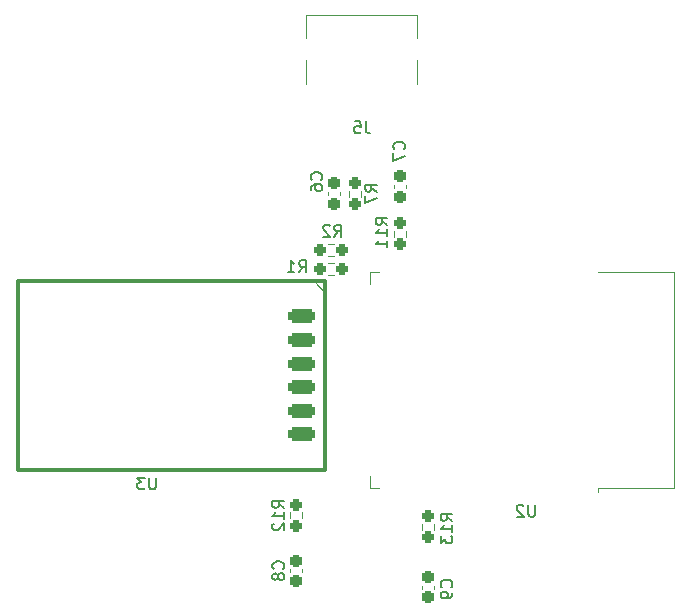
<source format=gbo>
%TF.GenerationSoftware,KiCad,Pcbnew,7.0.6*%
%TF.CreationDate,2024-01-07T21:19:13+01:00*%
%TF.ProjectId,esp-lamp,6573702d-6c61-46d7-902e-6b696361645f,rev?*%
%TF.SameCoordinates,Original*%
%TF.FileFunction,Legend,Bot*%
%TF.FilePolarity,Positive*%
%FSLAX46Y46*%
G04 Gerber Fmt 4.6, Leading zero omitted, Abs format (unit mm)*
G04 Created by KiCad (PCBNEW 7.0.6) date 2024-01-07 21:19:13*
%MOMM*%
%LPD*%
G01*
G04 APERTURE LIST*
G04 Aperture macros list*
%AMRoundRect*
0 Rectangle with rounded corners*
0 $1 Rounding radius*
0 $2 $3 $4 $5 $6 $7 $8 $9 X,Y pos of 4 corners*
0 Add a 4 corners polygon primitive as box body*
4,1,4,$2,$3,$4,$5,$6,$7,$8,$9,$2,$3,0*
0 Add four circle primitives for the rounded corners*
1,1,$1+$1,$2,$3*
1,1,$1+$1,$4,$5*
1,1,$1+$1,$6,$7*
1,1,$1+$1,$8,$9*
0 Add four rect primitives between the rounded corners*
20,1,$1+$1,$2,$3,$4,$5,0*
20,1,$1+$1,$4,$5,$6,$7,0*
20,1,$1+$1,$6,$7,$8,$9,0*
20,1,$1+$1,$8,$9,$2,$3,0*%
%AMRotRect*
0 Rectangle, with rotation*
0 The origin of the aperture is its center*
0 $1 length*
0 $2 width*
0 $3 Rotation angle, in degrees counterclockwise*
0 Add horizontal line*
21,1,$1,$2,0,0,$3*%
G04 Aperture macros list end*
%ADD10C,0.150000*%
%ADD11C,0.120000*%
%ADD12C,0.300000*%
%ADD13C,2.200000*%
%ADD14R,1.700000X1.700000*%
%ADD15O,1.700000X1.700000*%
%ADD16C,1.100000*%
%ADD17RotRect,2.200000X2.200000X144.500000*%
%ADD18O,3.000000X2.500000*%
%ADD19C,2.000000*%
%ADD20RoundRect,0.237500X-0.250000X-0.237500X0.250000X-0.237500X0.250000X0.237500X-0.250000X0.237500X0*%
%ADD21RoundRect,0.310000X0.833000X0.310000X-0.833000X0.310000X-0.833000X-0.310000X0.833000X-0.310000X0*%
%ADD22RoundRect,0.237500X0.237500X-0.250000X0.237500X0.250000X-0.237500X0.250000X-0.237500X-0.250000X0*%
%ADD23RoundRect,0.237500X-0.237500X0.250000X-0.237500X-0.250000X0.237500X-0.250000X0.237500X0.250000X0*%
%ADD24RoundRect,0.237500X-0.237500X0.300000X-0.237500X-0.300000X0.237500X-0.300000X0.237500X0.300000X0*%
%ADD25R,0.900000X1.500000*%
%ADD26R,1.500000X0.900000*%
%ADD27C,0.800000*%
%ADD28R,4.200000X4.200000*%
%ADD29C,0.650000*%
%ADD30R,0.600000X1.450000*%
%ADD31R,0.300000X1.450000*%
%ADD32O,1.000000X1.600000*%
%ADD33O,1.000000X2.100000*%
G04 APERTURE END LIST*
D10*
X131666666Y-87854819D02*
X131999999Y-87378628D01*
X132238094Y-87854819D02*
X132238094Y-86854819D01*
X132238094Y-86854819D02*
X131857142Y-86854819D01*
X131857142Y-86854819D02*
X131761904Y-86902438D01*
X131761904Y-86902438D02*
X131714285Y-86950057D01*
X131714285Y-86950057D02*
X131666666Y-87045295D01*
X131666666Y-87045295D02*
X131666666Y-87188152D01*
X131666666Y-87188152D02*
X131714285Y-87283390D01*
X131714285Y-87283390D02*
X131761904Y-87331009D01*
X131761904Y-87331009D02*
X131857142Y-87378628D01*
X131857142Y-87378628D02*
X132238094Y-87378628D01*
X131285713Y-86950057D02*
X131238094Y-86902438D01*
X131238094Y-86902438D02*
X131142856Y-86854819D01*
X131142856Y-86854819D02*
X130904761Y-86854819D01*
X130904761Y-86854819D02*
X130809523Y-86902438D01*
X130809523Y-86902438D02*
X130761904Y-86950057D01*
X130761904Y-86950057D02*
X130714285Y-87045295D01*
X130714285Y-87045295D02*
X130714285Y-87140533D01*
X130714285Y-87140533D02*
X130761904Y-87283390D01*
X130761904Y-87283390D02*
X131333332Y-87854819D01*
X131333332Y-87854819D02*
X130714285Y-87854819D01*
X128666666Y-90854819D02*
X128999999Y-90378628D01*
X129238094Y-90854819D02*
X129238094Y-89854819D01*
X129238094Y-89854819D02*
X128857142Y-89854819D01*
X128857142Y-89854819D02*
X128761904Y-89902438D01*
X128761904Y-89902438D02*
X128714285Y-89950057D01*
X128714285Y-89950057D02*
X128666666Y-90045295D01*
X128666666Y-90045295D02*
X128666666Y-90188152D01*
X128666666Y-90188152D02*
X128714285Y-90283390D01*
X128714285Y-90283390D02*
X128761904Y-90331009D01*
X128761904Y-90331009D02*
X128857142Y-90378628D01*
X128857142Y-90378628D02*
X129238094Y-90378628D01*
X127714285Y-90854819D02*
X128285713Y-90854819D01*
X127999999Y-90854819D02*
X127999999Y-89854819D01*
X127999999Y-89854819D02*
X128095237Y-89997676D01*
X128095237Y-89997676D02*
X128190475Y-90092914D01*
X128190475Y-90092914D02*
X128285713Y-90140533D01*
X116561904Y-108254819D02*
X116561904Y-109064342D01*
X116561904Y-109064342D02*
X116514285Y-109159580D01*
X116514285Y-109159580D02*
X116466666Y-109207200D01*
X116466666Y-109207200D02*
X116371428Y-109254819D01*
X116371428Y-109254819D02*
X116180952Y-109254819D01*
X116180952Y-109254819D02*
X116085714Y-109207200D01*
X116085714Y-109207200D02*
X116038095Y-109159580D01*
X116038095Y-109159580D02*
X115990476Y-109064342D01*
X115990476Y-109064342D02*
X115990476Y-108254819D01*
X115609523Y-108254819D02*
X114990476Y-108254819D01*
X114990476Y-108254819D02*
X115323809Y-108635771D01*
X115323809Y-108635771D02*
X115180952Y-108635771D01*
X115180952Y-108635771D02*
X115085714Y-108683390D01*
X115085714Y-108683390D02*
X115038095Y-108731009D01*
X115038095Y-108731009D02*
X114990476Y-108826247D01*
X114990476Y-108826247D02*
X114990476Y-109064342D01*
X114990476Y-109064342D02*
X115038095Y-109159580D01*
X115038095Y-109159580D02*
X115085714Y-109207200D01*
X115085714Y-109207200D02*
X115180952Y-109254819D01*
X115180952Y-109254819D02*
X115466666Y-109254819D01*
X115466666Y-109254819D02*
X115561904Y-109207200D01*
X115561904Y-109207200D02*
X115609523Y-109159580D01*
X136154819Y-86857142D02*
X135678628Y-86523809D01*
X136154819Y-86285714D02*
X135154819Y-86285714D01*
X135154819Y-86285714D02*
X135154819Y-86666666D01*
X135154819Y-86666666D02*
X135202438Y-86761904D01*
X135202438Y-86761904D02*
X135250057Y-86809523D01*
X135250057Y-86809523D02*
X135345295Y-86857142D01*
X135345295Y-86857142D02*
X135488152Y-86857142D01*
X135488152Y-86857142D02*
X135583390Y-86809523D01*
X135583390Y-86809523D02*
X135631009Y-86761904D01*
X135631009Y-86761904D02*
X135678628Y-86666666D01*
X135678628Y-86666666D02*
X135678628Y-86285714D01*
X136154819Y-87809523D02*
X136154819Y-87238095D01*
X136154819Y-87523809D02*
X135154819Y-87523809D01*
X135154819Y-87523809D02*
X135297676Y-87428571D01*
X135297676Y-87428571D02*
X135392914Y-87333333D01*
X135392914Y-87333333D02*
X135440533Y-87238095D01*
X136154819Y-88761904D02*
X136154819Y-88190476D01*
X136154819Y-88476190D02*
X135154819Y-88476190D01*
X135154819Y-88476190D02*
X135297676Y-88380952D01*
X135297676Y-88380952D02*
X135392914Y-88285714D01*
X135392914Y-88285714D02*
X135440533Y-88190476D01*
X127424819Y-110807142D02*
X126948628Y-110473809D01*
X127424819Y-110235714D02*
X126424819Y-110235714D01*
X126424819Y-110235714D02*
X126424819Y-110616666D01*
X126424819Y-110616666D02*
X126472438Y-110711904D01*
X126472438Y-110711904D02*
X126520057Y-110759523D01*
X126520057Y-110759523D02*
X126615295Y-110807142D01*
X126615295Y-110807142D02*
X126758152Y-110807142D01*
X126758152Y-110807142D02*
X126853390Y-110759523D01*
X126853390Y-110759523D02*
X126901009Y-110711904D01*
X126901009Y-110711904D02*
X126948628Y-110616666D01*
X126948628Y-110616666D02*
X126948628Y-110235714D01*
X127424819Y-111759523D02*
X127424819Y-111188095D01*
X127424819Y-111473809D02*
X126424819Y-111473809D01*
X126424819Y-111473809D02*
X126567676Y-111378571D01*
X126567676Y-111378571D02*
X126662914Y-111283333D01*
X126662914Y-111283333D02*
X126710533Y-111188095D01*
X126520057Y-112140476D02*
X126472438Y-112188095D01*
X126472438Y-112188095D02*
X126424819Y-112283333D01*
X126424819Y-112283333D02*
X126424819Y-112521428D01*
X126424819Y-112521428D02*
X126472438Y-112616666D01*
X126472438Y-112616666D02*
X126520057Y-112664285D01*
X126520057Y-112664285D02*
X126615295Y-112711904D01*
X126615295Y-112711904D02*
X126710533Y-112711904D01*
X126710533Y-112711904D02*
X126853390Y-112664285D01*
X126853390Y-112664285D02*
X127424819Y-112092857D01*
X127424819Y-112092857D02*
X127424819Y-112711904D01*
X130559580Y-83033333D02*
X130607200Y-82985714D01*
X130607200Y-82985714D02*
X130654819Y-82842857D01*
X130654819Y-82842857D02*
X130654819Y-82747619D01*
X130654819Y-82747619D02*
X130607200Y-82604762D01*
X130607200Y-82604762D02*
X130511961Y-82509524D01*
X130511961Y-82509524D02*
X130416723Y-82461905D01*
X130416723Y-82461905D02*
X130226247Y-82414286D01*
X130226247Y-82414286D02*
X130083390Y-82414286D01*
X130083390Y-82414286D02*
X129892914Y-82461905D01*
X129892914Y-82461905D02*
X129797676Y-82509524D01*
X129797676Y-82509524D02*
X129702438Y-82604762D01*
X129702438Y-82604762D02*
X129654819Y-82747619D01*
X129654819Y-82747619D02*
X129654819Y-82842857D01*
X129654819Y-82842857D02*
X129702438Y-82985714D01*
X129702438Y-82985714D02*
X129750057Y-83033333D01*
X129654819Y-83890476D02*
X129654819Y-83700000D01*
X129654819Y-83700000D02*
X129702438Y-83604762D01*
X129702438Y-83604762D02*
X129750057Y-83557143D01*
X129750057Y-83557143D02*
X129892914Y-83461905D01*
X129892914Y-83461905D02*
X130083390Y-83414286D01*
X130083390Y-83414286D02*
X130464342Y-83414286D01*
X130464342Y-83414286D02*
X130559580Y-83461905D01*
X130559580Y-83461905D02*
X130607200Y-83509524D01*
X130607200Y-83509524D02*
X130654819Y-83604762D01*
X130654819Y-83604762D02*
X130654819Y-83795238D01*
X130654819Y-83795238D02*
X130607200Y-83890476D01*
X130607200Y-83890476D02*
X130559580Y-83938095D01*
X130559580Y-83938095D02*
X130464342Y-83985714D01*
X130464342Y-83985714D02*
X130226247Y-83985714D01*
X130226247Y-83985714D02*
X130131009Y-83938095D01*
X130131009Y-83938095D02*
X130083390Y-83890476D01*
X130083390Y-83890476D02*
X130035771Y-83795238D01*
X130035771Y-83795238D02*
X130035771Y-83604762D01*
X130035771Y-83604762D02*
X130083390Y-83509524D01*
X130083390Y-83509524D02*
X130131009Y-83461905D01*
X130131009Y-83461905D02*
X130226247Y-83414286D01*
X127329580Y-115970833D02*
X127377200Y-115923214D01*
X127377200Y-115923214D02*
X127424819Y-115780357D01*
X127424819Y-115780357D02*
X127424819Y-115685119D01*
X127424819Y-115685119D02*
X127377200Y-115542262D01*
X127377200Y-115542262D02*
X127281961Y-115447024D01*
X127281961Y-115447024D02*
X127186723Y-115399405D01*
X127186723Y-115399405D02*
X126996247Y-115351786D01*
X126996247Y-115351786D02*
X126853390Y-115351786D01*
X126853390Y-115351786D02*
X126662914Y-115399405D01*
X126662914Y-115399405D02*
X126567676Y-115447024D01*
X126567676Y-115447024D02*
X126472438Y-115542262D01*
X126472438Y-115542262D02*
X126424819Y-115685119D01*
X126424819Y-115685119D02*
X126424819Y-115780357D01*
X126424819Y-115780357D02*
X126472438Y-115923214D01*
X126472438Y-115923214D02*
X126520057Y-115970833D01*
X126853390Y-116542262D02*
X126805771Y-116447024D01*
X126805771Y-116447024D02*
X126758152Y-116399405D01*
X126758152Y-116399405D02*
X126662914Y-116351786D01*
X126662914Y-116351786D02*
X126615295Y-116351786D01*
X126615295Y-116351786D02*
X126520057Y-116399405D01*
X126520057Y-116399405D02*
X126472438Y-116447024D01*
X126472438Y-116447024D02*
X126424819Y-116542262D01*
X126424819Y-116542262D02*
X126424819Y-116732738D01*
X126424819Y-116732738D02*
X126472438Y-116827976D01*
X126472438Y-116827976D02*
X126520057Y-116875595D01*
X126520057Y-116875595D02*
X126615295Y-116923214D01*
X126615295Y-116923214D02*
X126662914Y-116923214D01*
X126662914Y-116923214D02*
X126758152Y-116875595D01*
X126758152Y-116875595D02*
X126805771Y-116827976D01*
X126805771Y-116827976D02*
X126853390Y-116732738D01*
X126853390Y-116732738D02*
X126853390Y-116542262D01*
X126853390Y-116542262D02*
X126901009Y-116447024D01*
X126901009Y-116447024D02*
X126948628Y-116399405D01*
X126948628Y-116399405D02*
X127043866Y-116351786D01*
X127043866Y-116351786D02*
X127234342Y-116351786D01*
X127234342Y-116351786D02*
X127329580Y-116399405D01*
X127329580Y-116399405D02*
X127377200Y-116447024D01*
X127377200Y-116447024D02*
X127424819Y-116542262D01*
X127424819Y-116542262D02*
X127424819Y-116732738D01*
X127424819Y-116732738D02*
X127377200Y-116827976D01*
X127377200Y-116827976D02*
X127329580Y-116875595D01*
X127329580Y-116875595D02*
X127234342Y-116923214D01*
X127234342Y-116923214D02*
X127043866Y-116923214D01*
X127043866Y-116923214D02*
X126948628Y-116875595D01*
X126948628Y-116875595D02*
X126901009Y-116827976D01*
X126901009Y-116827976D02*
X126853390Y-116732738D01*
X141654819Y-111919642D02*
X141178628Y-111586309D01*
X141654819Y-111348214D02*
X140654819Y-111348214D01*
X140654819Y-111348214D02*
X140654819Y-111729166D01*
X140654819Y-111729166D02*
X140702438Y-111824404D01*
X140702438Y-111824404D02*
X140750057Y-111872023D01*
X140750057Y-111872023D02*
X140845295Y-111919642D01*
X140845295Y-111919642D02*
X140988152Y-111919642D01*
X140988152Y-111919642D02*
X141083390Y-111872023D01*
X141083390Y-111872023D02*
X141131009Y-111824404D01*
X141131009Y-111824404D02*
X141178628Y-111729166D01*
X141178628Y-111729166D02*
X141178628Y-111348214D01*
X141654819Y-112872023D02*
X141654819Y-112300595D01*
X141654819Y-112586309D02*
X140654819Y-112586309D01*
X140654819Y-112586309D02*
X140797676Y-112491071D01*
X140797676Y-112491071D02*
X140892914Y-112395833D01*
X140892914Y-112395833D02*
X140940533Y-112300595D01*
X140654819Y-113205357D02*
X140654819Y-113824404D01*
X140654819Y-113824404D02*
X141035771Y-113491071D01*
X141035771Y-113491071D02*
X141035771Y-113633928D01*
X141035771Y-113633928D02*
X141083390Y-113729166D01*
X141083390Y-113729166D02*
X141131009Y-113776785D01*
X141131009Y-113776785D02*
X141226247Y-113824404D01*
X141226247Y-113824404D02*
X141464342Y-113824404D01*
X141464342Y-113824404D02*
X141559580Y-113776785D01*
X141559580Y-113776785D02*
X141607200Y-113729166D01*
X141607200Y-113729166D02*
X141654819Y-113633928D01*
X141654819Y-113633928D02*
X141654819Y-113348214D01*
X141654819Y-113348214D02*
X141607200Y-113252976D01*
X141607200Y-113252976D02*
X141559580Y-113205357D01*
X137559580Y-80433333D02*
X137607200Y-80385714D01*
X137607200Y-80385714D02*
X137654819Y-80242857D01*
X137654819Y-80242857D02*
X137654819Y-80147619D01*
X137654819Y-80147619D02*
X137607200Y-80004762D01*
X137607200Y-80004762D02*
X137511961Y-79909524D01*
X137511961Y-79909524D02*
X137416723Y-79861905D01*
X137416723Y-79861905D02*
X137226247Y-79814286D01*
X137226247Y-79814286D02*
X137083390Y-79814286D01*
X137083390Y-79814286D02*
X136892914Y-79861905D01*
X136892914Y-79861905D02*
X136797676Y-79909524D01*
X136797676Y-79909524D02*
X136702438Y-80004762D01*
X136702438Y-80004762D02*
X136654819Y-80147619D01*
X136654819Y-80147619D02*
X136654819Y-80242857D01*
X136654819Y-80242857D02*
X136702438Y-80385714D01*
X136702438Y-80385714D02*
X136750057Y-80433333D01*
X136654819Y-80766667D02*
X136654819Y-81433333D01*
X136654819Y-81433333D02*
X137654819Y-81004762D01*
X148661904Y-110554819D02*
X148661904Y-111364342D01*
X148661904Y-111364342D02*
X148614285Y-111459580D01*
X148614285Y-111459580D02*
X148566666Y-111507200D01*
X148566666Y-111507200D02*
X148471428Y-111554819D01*
X148471428Y-111554819D02*
X148280952Y-111554819D01*
X148280952Y-111554819D02*
X148185714Y-111507200D01*
X148185714Y-111507200D02*
X148138095Y-111459580D01*
X148138095Y-111459580D02*
X148090476Y-111364342D01*
X148090476Y-111364342D02*
X148090476Y-110554819D01*
X147661904Y-110650057D02*
X147614285Y-110602438D01*
X147614285Y-110602438D02*
X147519047Y-110554819D01*
X147519047Y-110554819D02*
X147280952Y-110554819D01*
X147280952Y-110554819D02*
X147185714Y-110602438D01*
X147185714Y-110602438D02*
X147138095Y-110650057D01*
X147138095Y-110650057D02*
X147090476Y-110745295D01*
X147090476Y-110745295D02*
X147090476Y-110840533D01*
X147090476Y-110840533D02*
X147138095Y-110983390D01*
X147138095Y-110983390D02*
X147709523Y-111554819D01*
X147709523Y-111554819D02*
X147090476Y-111554819D01*
X141559580Y-117533333D02*
X141607200Y-117485714D01*
X141607200Y-117485714D02*
X141654819Y-117342857D01*
X141654819Y-117342857D02*
X141654819Y-117247619D01*
X141654819Y-117247619D02*
X141607200Y-117104762D01*
X141607200Y-117104762D02*
X141511961Y-117009524D01*
X141511961Y-117009524D02*
X141416723Y-116961905D01*
X141416723Y-116961905D02*
X141226247Y-116914286D01*
X141226247Y-116914286D02*
X141083390Y-116914286D01*
X141083390Y-116914286D02*
X140892914Y-116961905D01*
X140892914Y-116961905D02*
X140797676Y-117009524D01*
X140797676Y-117009524D02*
X140702438Y-117104762D01*
X140702438Y-117104762D02*
X140654819Y-117247619D01*
X140654819Y-117247619D02*
X140654819Y-117342857D01*
X140654819Y-117342857D02*
X140702438Y-117485714D01*
X140702438Y-117485714D02*
X140750057Y-117533333D01*
X141654819Y-118009524D02*
X141654819Y-118200000D01*
X141654819Y-118200000D02*
X141607200Y-118295238D01*
X141607200Y-118295238D02*
X141559580Y-118342857D01*
X141559580Y-118342857D02*
X141416723Y-118438095D01*
X141416723Y-118438095D02*
X141226247Y-118485714D01*
X141226247Y-118485714D02*
X140845295Y-118485714D01*
X140845295Y-118485714D02*
X140750057Y-118438095D01*
X140750057Y-118438095D02*
X140702438Y-118390476D01*
X140702438Y-118390476D02*
X140654819Y-118295238D01*
X140654819Y-118295238D02*
X140654819Y-118104762D01*
X140654819Y-118104762D02*
X140702438Y-118009524D01*
X140702438Y-118009524D02*
X140750057Y-117961905D01*
X140750057Y-117961905D02*
X140845295Y-117914286D01*
X140845295Y-117914286D02*
X141083390Y-117914286D01*
X141083390Y-117914286D02*
X141178628Y-117961905D01*
X141178628Y-117961905D02*
X141226247Y-118009524D01*
X141226247Y-118009524D02*
X141273866Y-118104762D01*
X141273866Y-118104762D02*
X141273866Y-118295238D01*
X141273866Y-118295238D02*
X141226247Y-118390476D01*
X141226247Y-118390476D02*
X141178628Y-118438095D01*
X141178628Y-118438095D02*
X141083390Y-118485714D01*
X135284819Y-84033333D02*
X134808628Y-83700000D01*
X135284819Y-83461905D02*
X134284819Y-83461905D01*
X134284819Y-83461905D02*
X134284819Y-83842857D01*
X134284819Y-83842857D02*
X134332438Y-83938095D01*
X134332438Y-83938095D02*
X134380057Y-83985714D01*
X134380057Y-83985714D02*
X134475295Y-84033333D01*
X134475295Y-84033333D02*
X134618152Y-84033333D01*
X134618152Y-84033333D02*
X134713390Y-83985714D01*
X134713390Y-83985714D02*
X134761009Y-83938095D01*
X134761009Y-83938095D02*
X134808628Y-83842857D01*
X134808628Y-83842857D02*
X134808628Y-83461905D01*
X134284819Y-84366667D02*
X134284819Y-85033333D01*
X134284819Y-85033333D02*
X135284819Y-84604762D01*
X134333333Y-78099819D02*
X134333333Y-78814104D01*
X134333333Y-78814104D02*
X134380952Y-78956961D01*
X134380952Y-78956961D02*
X134476190Y-79052200D01*
X134476190Y-79052200D02*
X134619047Y-79099819D01*
X134619047Y-79099819D02*
X134714285Y-79099819D01*
X133380952Y-78099819D02*
X133857142Y-78099819D01*
X133857142Y-78099819D02*
X133904761Y-78576009D01*
X133904761Y-78576009D02*
X133857142Y-78528390D01*
X133857142Y-78528390D02*
X133761904Y-78480771D01*
X133761904Y-78480771D02*
X133523809Y-78480771D01*
X133523809Y-78480771D02*
X133428571Y-78528390D01*
X133428571Y-78528390D02*
X133380952Y-78576009D01*
X133380952Y-78576009D02*
X133333333Y-78671247D01*
X133333333Y-78671247D02*
X133333333Y-78909342D01*
X133333333Y-78909342D02*
X133380952Y-79004580D01*
X133380952Y-79004580D02*
X133428571Y-79052200D01*
X133428571Y-79052200D02*
X133523809Y-79099819D01*
X133523809Y-79099819D02*
X133761904Y-79099819D01*
X133761904Y-79099819D02*
X133857142Y-79052200D01*
X133857142Y-79052200D02*
X133904761Y-79004580D01*
D11*
%TO.C,R2*%
X131145276Y-88477500D02*
X131654724Y-88477500D01*
X131145276Y-89522500D02*
X131654724Y-89522500D01*
%TO.C,R1*%
X131145276Y-90077500D02*
X131654724Y-90077500D01*
X131145276Y-91122500D02*
X131654724Y-91122500D01*
%TO.C,U3*%
X130900000Y-91600000D02*
X130900000Y-92600000D01*
X129900000Y-91600000D02*
X130900000Y-91600000D01*
X130900000Y-92600000D02*
X129900000Y-91600000D01*
D12*
X104900000Y-91600000D02*
X130900000Y-91600000D01*
X130900000Y-91600000D02*
X130900000Y-107600000D01*
X130900000Y-107600000D02*
X104900000Y-107600000D01*
X104900000Y-107600000D02*
X104900000Y-91600000D01*
D11*
%TO.C,R11*%
X136677500Y-87854724D02*
X136677500Y-87345276D01*
X137722500Y-87854724D02*
X137722500Y-87345276D01*
%TO.C,R12*%
X128922500Y-111195276D02*
X128922500Y-111704724D01*
X127877500Y-111195276D02*
X127877500Y-111704724D01*
%TO.C,C6*%
X132110000Y-84053733D02*
X132110000Y-84346267D01*
X131090000Y-84053733D02*
X131090000Y-84346267D01*
%TO.C,C8*%
X128910000Y-115991233D02*
X128910000Y-116283767D01*
X127890000Y-115991233D02*
X127890000Y-116283767D01*
%TO.C,R13*%
X140122500Y-112145276D02*
X140122500Y-112654724D01*
X139077500Y-112145276D02*
X139077500Y-112654724D01*
%TO.C,C7*%
X137710000Y-83453733D02*
X137710000Y-83746267D01*
X136690000Y-83453733D02*
X136690000Y-83746267D01*
%TO.C,U2*%
X134685000Y-109090000D02*
X134685000Y-108090000D01*
X135465000Y-109090000D02*
X134685000Y-109090000D01*
X154010000Y-109090000D02*
X154010000Y-109470000D01*
X160425000Y-109090000D02*
X154010000Y-109090000D01*
X160425000Y-109090000D02*
X160425000Y-90850000D01*
X134685000Y-90850000D02*
X134685000Y-91850000D01*
X135465000Y-90850000D02*
X134685000Y-90850000D01*
X160425000Y-90850000D02*
X154010000Y-90850000D01*
%TO.C,C9*%
X140110000Y-117391233D02*
X140110000Y-117683767D01*
X139090000Y-117391233D02*
X139090000Y-117683767D01*
%TO.C,R7*%
X132877500Y-84454724D02*
X132877500Y-83945276D01*
X133922500Y-84454724D02*
X133922500Y-83945276D01*
%TO.C,J5*%
X129300000Y-69100000D02*
X138700000Y-69100000D01*
X129300000Y-71000000D02*
X129300000Y-69100000D01*
X129300000Y-74900000D02*
X129300000Y-72900000D01*
X138700000Y-71000000D02*
X138700000Y-69100000D01*
X138700000Y-74900000D02*
X138700000Y-72900000D01*
%TD*%
%LPC*%
D13*
%TO.C,REF\u002A\u002A*%
X143000000Y-125000000D03*
%TD*%
D14*
%TO.C,J3*%
X115920000Y-90540000D03*
D15*
X115920000Y-88000000D03*
X118460000Y-90540000D03*
X118460000Y-88000000D03*
X121000000Y-90540000D03*
X121000000Y-88000000D03*
X123540000Y-90540000D03*
X123540000Y-88000000D03*
%TD*%
D14*
%TO.C,J2*%
X144520000Y-88200000D03*
D15*
X144520000Y-85660000D03*
X147060000Y-88200000D03*
X147060000Y-85660000D03*
X149600000Y-88200000D03*
X149600000Y-85660000D03*
X152140000Y-88200000D03*
X152140000Y-85660000D03*
%TD*%
D16*
%TO.C,J1*%
X149420386Y-76728198D03*
X147352532Y-75253212D03*
D17*
X147945400Y-78796051D03*
D13*
X145877547Y-77321065D03*
%TD*%
D18*
%TO.C,SW2*%
X127750000Y-82500000D03*
X140250000Y-82500000D03*
X127750000Y-87500000D03*
X140250000Y-87500000D03*
%TD*%
D13*
%TO.C,REF\u002A\u002A*%
X142000000Y-75000000D03*
%TD*%
D19*
%TO.C,SW1*%
X116750000Y-78750000D03*
X123250000Y-78750000D03*
X116750000Y-83250000D03*
X123250000Y-83250000D03*
%TD*%
D13*
%TO.C,REF\u002A\u002A*%
X125000000Y-125000000D03*
%TD*%
D18*
%TO.C,SW3*%
X118750000Y-113700000D03*
X131250000Y-113700000D03*
X118750000Y-118700000D03*
X131250000Y-118700000D03*
%TD*%
D13*
%TO.C,REF\u002A\u002A*%
X126000000Y-75000000D03*
%TD*%
D14*
%TO.C,J4*%
X131460000Y-125400000D03*
D15*
X134000000Y-125400000D03*
X136540000Y-125400000D03*
%TD*%
D18*
%TO.C,SW4*%
X136750000Y-113700000D03*
X149250000Y-113700000D03*
X136750000Y-118700000D03*
X149250000Y-118700000D03*
%TD*%
D20*
%TO.C,R2*%
X130487500Y-89000000D03*
X132312500Y-89000000D03*
%TD*%
%TO.C,R1*%
X130487500Y-90600000D03*
X132312500Y-90600000D03*
%TD*%
D21*
%TO.C,U3*%
X128900000Y-94600000D03*
X128900000Y-96600000D03*
X128900000Y-98600000D03*
X128900000Y-100600000D03*
X128900000Y-102600000D03*
X128900000Y-104600000D03*
%TD*%
D22*
%TO.C,R11*%
X137200000Y-88512500D03*
X137200000Y-86687500D03*
%TD*%
D23*
%TO.C,R12*%
X128400000Y-110537500D03*
X128400000Y-112362500D03*
%TD*%
D24*
%TO.C,C6*%
X131600000Y-83337500D03*
X131600000Y-85062500D03*
%TD*%
%TO.C,C8*%
X128400000Y-115275000D03*
X128400000Y-117000000D03*
%TD*%
D23*
%TO.C,R13*%
X139600000Y-111487500D03*
X139600000Y-113312500D03*
%TD*%
D24*
%TO.C,C7*%
X137200000Y-82737500D03*
X137200000Y-84462500D03*
%TD*%
D25*
%TO.C,U2*%
X152815000Y-108720000D03*
X151545000Y-108720000D03*
X150275000Y-108720000D03*
X149005000Y-108720000D03*
X147735000Y-108720000D03*
X146465000Y-108720000D03*
X145195000Y-108720000D03*
X143925000Y-108720000D03*
X142655000Y-108720000D03*
X141385000Y-108720000D03*
X140115000Y-108720000D03*
X138845000Y-108720000D03*
X137575000Y-108720000D03*
X136305000Y-108720000D03*
D26*
X135055000Y-105680000D03*
X135055000Y-104410000D03*
X135055000Y-103140000D03*
X135055000Y-101870000D03*
X135055000Y-100600000D03*
X135055000Y-99330000D03*
X135055000Y-98060000D03*
X135055000Y-96790000D03*
X135055000Y-95520000D03*
X135055000Y-94250000D03*
D25*
X136305000Y-91220000D03*
X137575000Y-91220000D03*
X138845000Y-91220000D03*
X140115000Y-91220000D03*
X141385000Y-91220000D03*
X142655000Y-91220000D03*
X143925000Y-91220000D03*
X145195000Y-91220000D03*
X146465000Y-91220000D03*
X147735000Y-91220000D03*
X149005000Y-91220000D03*
X150275000Y-91220000D03*
X151545000Y-91220000D03*
X152815000Y-91220000D03*
D27*
X144665000Y-101370000D03*
X146165000Y-101370000D03*
D28*
X145475000Y-100650000D03*
D27*
X144665000Y-99870000D03*
X146165000Y-99870000D03*
%TD*%
D24*
%TO.C,C9*%
X139600000Y-116675000D03*
X139600000Y-118400000D03*
%TD*%
D22*
%TO.C,R7*%
X133400000Y-85112500D03*
X133400000Y-83287500D03*
%TD*%
D29*
%TO.C,J5*%
X131110000Y-75600000D03*
X136890000Y-75600000D03*
D30*
X130750000Y-77045000D03*
X131550000Y-77045000D03*
D31*
X132750000Y-77045000D03*
X133750000Y-77045000D03*
X134250000Y-77045000D03*
X135250000Y-77045000D03*
D30*
X136450000Y-77045000D03*
X137250000Y-77045000D03*
X137250000Y-77045000D03*
X136450000Y-77045000D03*
D31*
X135750000Y-77045000D03*
X134750000Y-77045000D03*
X133250000Y-77045000D03*
X132250000Y-77045000D03*
D30*
X131550000Y-77045000D03*
X130750000Y-77045000D03*
D32*
X129680000Y-71950000D03*
D33*
X129680000Y-76130000D03*
D32*
X138320000Y-71950000D03*
D33*
X138320000Y-76130000D03*
%TD*%
%LPD*%
M02*

</source>
